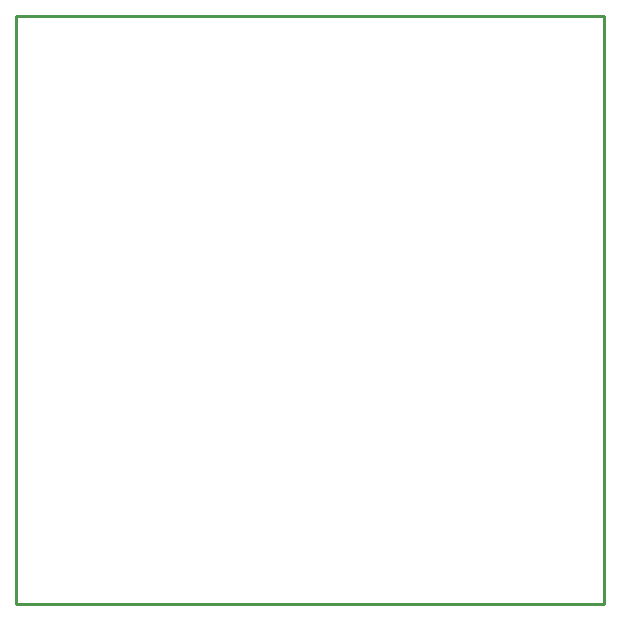
<source format=gko>
G04*
G04 #@! TF.GenerationSoftware,Altium Limited,Altium Designer,21.1.1 (26)*
G04*
G04 Layer_Color=16711935*
%FSLAX25Y25*%
%MOIN*%
G70*
G04*
G04 #@! TF.SameCoordinates,04740601-0AD8-466E-96FA-1E4AED34599A*
G04*
G04*
G04 #@! TF.FilePolarity,Positive*
G04*
G01*
G75*
%ADD12C,0.01000*%
D12*
X0Y0D02*
X195850D01*
X0Y195850D02*
X195850D01*
Y0D02*
Y195850D01*
X0Y0D02*
Y195850D01*
M02*

</source>
